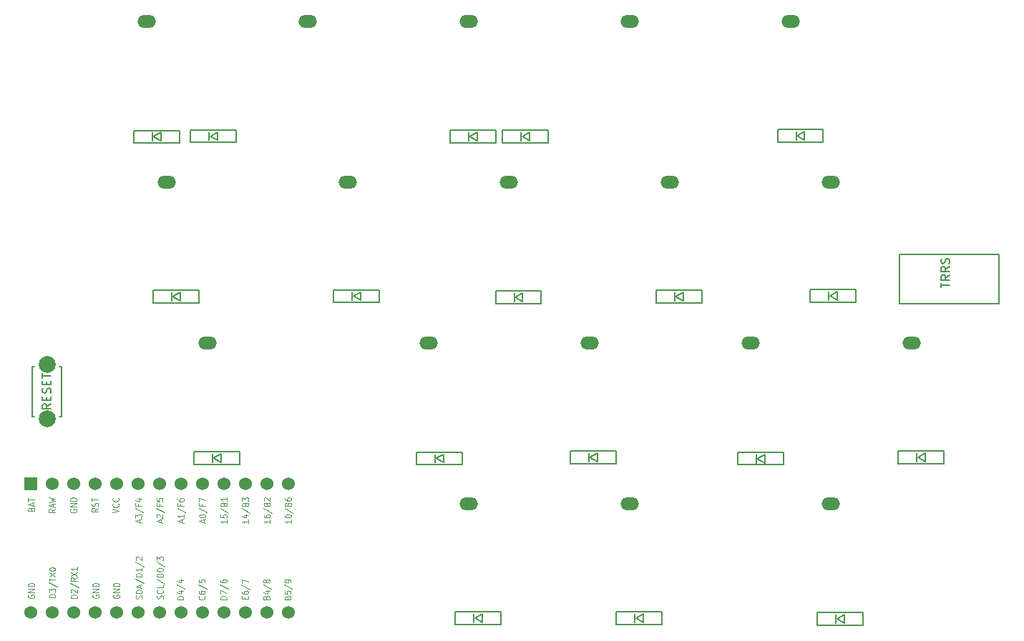
<source format=gbr>
%TF.GenerationSoftware,KiCad,Pcbnew,7.0.8*%
%TF.CreationDate,2024-11-10T08:48:31+09:00*%
%TF.ProjectId,cool937,636f6f6c-3933-4372-9e6b-696361645f70,rev?*%
%TF.SameCoordinates,Original*%
%TF.FileFunction,Legend,Top*%
%TF.FilePolarity,Positive*%
%FSLAX46Y46*%
G04 Gerber Fmt 4.6, Leading zero omitted, Abs format (unit mm)*
G04 Created by KiCad (PCBNEW 7.0.8) date 2024-11-10 08:48:31*
%MOMM*%
%LPD*%
G01*
G04 APERTURE LIST*
%ADD10C,0.150000*%
%ADD11C,0.125000*%
%ADD12O,2.200000X1.500000*%
%ADD13C,2.000000*%
%ADD14C,1.524000*%
%ADD15R,1.524000X1.524000*%
G04 APERTURE END LIST*
D10*
X50374819Y-137682381D02*
X49898628Y-138015714D01*
X50374819Y-138253809D02*
X49374819Y-138253809D01*
X49374819Y-138253809D02*
X49374819Y-137872857D01*
X49374819Y-137872857D02*
X49422438Y-137777619D01*
X49422438Y-137777619D02*
X49470057Y-137730000D01*
X49470057Y-137730000D02*
X49565295Y-137682381D01*
X49565295Y-137682381D02*
X49708152Y-137682381D01*
X49708152Y-137682381D02*
X49803390Y-137730000D01*
X49803390Y-137730000D02*
X49851009Y-137777619D01*
X49851009Y-137777619D02*
X49898628Y-137872857D01*
X49898628Y-137872857D02*
X49898628Y-138253809D01*
X49851009Y-137253809D02*
X49851009Y-136920476D01*
X50374819Y-136777619D02*
X50374819Y-137253809D01*
X50374819Y-137253809D02*
X49374819Y-137253809D01*
X49374819Y-137253809D02*
X49374819Y-136777619D01*
X50327200Y-136396666D02*
X50374819Y-136253809D01*
X50374819Y-136253809D02*
X50374819Y-136015714D01*
X50374819Y-136015714D02*
X50327200Y-135920476D01*
X50327200Y-135920476D02*
X50279580Y-135872857D01*
X50279580Y-135872857D02*
X50184342Y-135825238D01*
X50184342Y-135825238D02*
X50089104Y-135825238D01*
X50089104Y-135825238D02*
X49993866Y-135872857D01*
X49993866Y-135872857D02*
X49946247Y-135920476D01*
X49946247Y-135920476D02*
X49898628Y-136015714D01*
X49898628Y-136015714D02*
X49851009Y-136206190D01*
X49851009Y-136206190D02*
X49803390Y-136301428D01*
X49803390Y-136301428D02*
X49755771Y-136349047D01*
X49755771Y-136349047D02*
X49660533Y-136396666D01*
X49660533Y-136396666D02*
X49565295Y-136396666D01*
X49565295Y-136396666D02*
X49470057Y-136349047D01*
X49470057Y-136349047D02*
X49422438Y-136301428D01*
X49422438Y-136301428D02*
X49374819Y-136206190D01*
X49374819Y-136206190D02*
X49374819Y-135968095D01*
X49374819Y-135968095D02*
X49422438Y-135825238D01*
X49851009Y-135396666D02*
X49851009Y-135063333D01*
X50374819Y-134920476D02*
X50374819Y-135396666D01*
X50374819Y-135396666D02*
X49374819Y-135396666D01*
X49374819Y-135396666D02*
X49374819Y-134920476D01*
X49374819Y-134634761D02*
X49374819Y-134063333D01*
X50374819Y-134349047D02*
X49374819Y-134349047D01*
X155684819Y-123891904D02*
X155684819Y-123320476D01*
X156684819Y-123606190D02*
X155684819Y-123606190D01*
X156684819Y-122415714D02*
X156208628Y-122749047D01*
X156684819Y-122987142D02*
X155684819Y-122987142D01*
X155684819Y-122987142D02*
X155684819Y-122606190D01*
X155684819Y-122606190D02*
X155732438Y-122510952D01*
X155732438Y-122510952D02*
X155780057Y-122463333D01*
X155780057Y-122463333D02*
X155875295Y-122415714D01*
X155875295Y-122415714D02*
X156018152Y-122415714D01*
X156018152Y-122415714D02*
X156113390Y-122463333D01*
X156113390Y-122463333D02*
X156161009Y-122510952D01*
X156161009Y-122510952D02*
X156208628Y-122606190D01*
X156208628Y-122606190D02*
X156208628Y-122987142D01*
X156684819Y-121415714D02*
X156208628Y-121749047D01*
X156684819Y-121987142D02*
X155684819Y-121987142D01*
X155684819Y-121987142D02*
X155684819Y-121606190D01*
X155684819Y-121606190D02*
X155732438Y-121510952D01*
X155732438Y-121510952D02*
X155780057Y-121463333D01*
X155780057Y-121463333D02*
X155875295Y-121415714D01*
X155875295Y-121415714D02*
X156018152Y-121415714D01*
X156018152Y-121415714D02*
X156113390Y-121463333D01*
X156113390Y-121463333D02*
X156161009Y-121510952D01*
X156161009Y-121510952D02*
X156208628Y-121606190D01*
X156208628Y-121606190D02*
X156208628Y-121987142D01*
X156637200Y-121034761D02*
X156684819Y-120891904D01*
X156684819Y-120891904D02*
X156684819Y-120653809D01*
X156684819Y-120653809D02*
X156637200Y-120558571D01*
X156637200Y-120558571D02*
X156589580Y-120510952D01*
X156589580Y-120510952D02*
X156494342Y-120463333D01*
X156494342Y-120463333D02*
X156399104Y-120463333D01*
X156399104Y-120463333D02*
X156303866Y-120510952D01*
X156303866Y-120510952D02*
X156256247Y-120558571D01*
X156256247Y-120558571D02*
X156208628Y-120653809D01*
X156208628Y-120653809D02*
X156161009Y-120844285D01*
X156161009Y-120844285D02*
X156113390Y-120939523D01*
X156113390Y-120939523D02*
X156065771Y-120987142D01*
X156065771Y-120987142D02*
X155970533Y-121034761D01*
X155970533Y-121034761D02*
X155875295Y-121034761D01*
X155875295Y-121034761D02*
X155780057Y-120987142D01*
X155780057Y-120987142D02*
X155732438Y-120939523D01*
X155732438Y-120939523D02*
X155684819Y-120844285D01*
X155684819Y-120844285D02*
X155684819Y-120606190D01*
X155684819Y-120606190D02*
X155732438Y-120463333D01*
D11*
X60894178Y-151719313D02*
X60894178Y-151400266D01*
X61108464Y-151783123D02*
X60358464Y-151559790D01*
X60358464Y-151559790D02*
X61108464Y-151336456D01*
X60358464Y-151176932D02*
X60358464Y-150762170D01*
X60358464Y-150762170D02*
X60644178Y-150985504D01*
X60644178Y-150985504D02*
X60644178Y-150889789D01*
X60644178Y-150889789D02*
X60679892Y-150825980D01*
X60679892Y-150825980D02*
X60715607Y-150794075D01*
X60715607Y-150794075D02*
X60787035Y-150762170D01*
X60787035Y-150762170D02*
X60965607Y-150762170D01*
X60965607Y-150762170D02*
X61037035Y-150794075D01*
X61037035Y-150794075D02*
X61072750Y-150825980D01*
X61072750Y-150825980D02*
X61108464Y-150889789D01*
X61108464Y-150889789D02*
X61108464Y-151081218D01*
X61108464Y-151081218D02*
X61072750Y-151145027D01*
X61072750Y-151145027D02*
X61037035Y-151176932D01*
X60322750Y-149996456D02*
X61287035Y-150570742D01*
X60715607Y-149549789D02*
X60715607Y-149773123D01*
X61108464Y-149773123D02*
X60358464Y-149773123D01*
X60358464Y-149773123D02*
X60358464Y-149454075D01*
X60608464Y-148911694D02*
X61108464Y-148911694D01*
X60322750Y-149071218D02*
X60858464Y-149230741D01*
X60858464Y-149230741D02*
X60858464Y-148815980D01*
X66058464Y-160833123D02*
X65308464Y-160833123D01*
X65308464Y-160833123D02*
X65308464Y-160673599D01*
X65308464Y-160673599D02*
X65344178Y-160577885D01*
X65344178Y-160577885D02*
X65415607Y-160514075D01*
X65415607Y-160514075D02*
X65487035Y-160482170D01*
X65487035Y-160482170D02*
X65629892Y-160450266D01*
X65629892Y-160450266D02*
X65737035Y-160450266D01*
X65737035Y-160450266D02*
X65879892Y-160482170D01*
X65879892Y-160482170D02*
X65951321Y-160514075D01*
X65951321Y-160514075D02*
X66022750Y-160577885D01*
X66022750Y-160577885D02*
X66058464Y-160673599D01*
X66058464Y-160673599D02*
X66058464Y-160833123D01*
X65558464Y-159875980D02*
X66058464Y-159875980D01*
X65272750Y-160035504D02*
X65808464Y-160195027D01*
X65808464Y-160195027D02*
X65808464Y-159780266D01*
X65272750Y-159046456D02*
X66237035Y-159620742D01*
X65558464Y-158535980D02*
X66058464Y-158535980D01*
X65272750Y-158695504D02*
X65808464Y-158855027D01*
X65808464Y-158855027D02*
X65808464Y-158440266D01*
X53458464Y-160667171D02*
X52708464Y-160667171D01*
X52708464Y-160667171D02*
X52708464Y-160507647D01*
X52708464Y-160507647D02*
X52744178Y-160411933D01*
X52744178Y-160411933D02*
X52815607Y-160348123D01*
X52815607Y-160348123D02*
X52887035Y-160316218D01*
X52887035Y-160316218D02*
X53029892Y-160284314D01*
X53029892Y-160284314D02*
X53137035Y-160284314D01*
X53137035Y-160284314D02*
X53279892Y-160316218D01*
X53279892Y-160316218D02*
X53351321Y-160348123D01*
X53351321Y-160348123D02*
X53422750Y-160411933D01*
X53422750Y-160411933D02*
X53458464Y-160507647D01*
X53458464Y-160507647D02*
X53458464Y-160667171D01*
X52779892Y-160029075D02*
X52744178Y-159997171D01*
X52744178Y-159997171D02*
X52708464Y-159933361D01*
X52708464Y-159933361D02*
X52708464Y-159773837D01*
X52708464Y-159773837D02*
X52744178Y-159710028D01*
X52744178Y-159710028D02*
X52779892Y-159678123D01*
X52779892Y-159678123D02*
X52851321Y-159646218D01*
X52851321Y-159646218D02*
X52922750Y-159646218D01*
X52922750Y-159646218D02*
X53029892Y-159678123D01*
X53029892Y-159678123D02*
X53458464Y-160060980D01*
X53458464Y-160060980D02*
X53458464Y-159646218D01*
X52672750Y-158880504D02*
X53637035Y-159454790D01*
X53458464Y-158274314D02*
X53101321Y-158497647D01*
X53458464Y-158657171D02*
X52708464Y-158657171D01*
X52708464Y-158657171D02*
X52708464Y-158401933D01*
X52708464Y-158401933D02*
X52744178Y-158338123D01*
X52744178Y-158338123D02*
X52779892Y-158306218D01*
X52779892Y-158306218D02*
X52851321Y-158274314D01*
X52851321Y-158274314D02*
X52958464Y-158274314D01*
X52958464Y-158274314D02*
X53029892Y-158306218D01*
X53029892Y-158306218D02*
X53065607Y-158338123D01*
X53065607Y-158338123D02*
X53101321Y-158401933D01*
X53101321Y-158401933D02*
X53101321Y-158657171D01*
X52708464Y-158050980D02*
X53458464Y-157604314D01*
X52708464Y-157604314D02*
X53458464Y-158050980D01*
X53458464Y-156998123D02*
X53458464Y-157380980D01*
X53458464Y-157189552D02*
X52708464Y-157189552D01*
X52708464Y-157189552D02*
X52815607Y-157253361D01*
X52815607Y-157253361D02*
X52887035Y-157317171D01*
X52887035Y-157317171D02*
X52922750Y-157380980D01*
X52694178Y-150174075D02*
X52658464Y-150237885D01*
X52658464Y-150237885D02*
X52658464Y-150333599D01*
X52658464Y-150333599D02*
X52694178Y-150429313D01*
X52694178Y-150429313D02*
X52765607Y-150493123D01*
X52765607Y-150493123D02*
X52837035Y-150525028D01*
X52837035Y-150525028D02*
X52979892Y-150556932D01*
X52979892Y-150556932D02*
X53087035Y-150556932D01*
X53087035Y-150556932D02*
X53229892Y-150525028D01*
X53229892Y-150525028D02*
X53301321Y-150493123D01*
X53301321Y-150493123D02*
X53372750Y-150429313D01*
X53372750Y-150429313D02*
X53408464Y-150333599D01*
X53408464Y-150333599D02*
X53408464Y-150269790D01*
X53408464Y-150269790D02*
X53372750Y-150174075D01*
X53372750Y-150174075D02*
X53337035Y-150142171D01*
X53337035Y-150142171D02*
X53087035Y-150142171D01*
X53087035Y-150142171D02*
X53087035Y-150269790D01*
X53408464Y-149855028D02*
X52658464Y-149855028D01*
X52658464Y-149855028D02*
X53408464Y-149472171D01*
X53408464Y-149472171D02*
X52658464Y-149472171D01*
X53408464Y-149153123D02*
X52658464Y-149153123D01*
X52658464Y-149153123D02*
X52658464Y-148993599D01*
X52658464Y-148993599D02*
X52694178Y-148897885D01*
X52694178Y-148897885D02*
X52765607Y-148834075D01*
X52765607Y-148834075D02*
X52837035Y-148802170D01*
X52837035Y-148802170D02*
X52979892Y-148770266D01*
X52979892Y-148770266D02*
X53087035Y-148770266D01*
X53087035Y-148770266D02*
X53229892Y-148802170D01*
X53229892Y-148802170D02*
X53301321Y-148834075D01*
X53301321Y-148834075D02*
X53372750Y-148897885D01*
X53372750Y-148897885D02*
X53408464Y-148993599D01*
X53408464Y-148993599D02*
X53408464Y-149153123D01*
X73315607Y-160801218D02*
X73315607Y-160577884D01*
X73708464Y-160482170D02*
X73708464Y-160801218D01*
X73708464Y-160801218D02*
X72958464Y-160801218D01*
X72958464Y-160801218D02*
X72958464Y-160482170D01*
X72958464Y-159907885D02*
X72958464Y-160035504D01*
X72958464Y-160035504D02*
X72994178Y-160099313D01*
X72994178Y-160099313D02*
X73029892Y-160131218D01*
X73029892Y-160131218D02*
X73137035Y-160195028D01*
X73137035Y-160195028D02*
X73279892Y-160226932D01*
X73279892Y-160226932D02*
X73565607Y-160226932D01*
X73565607Y-160226932D02*
X73637035Y-160195028D01*
X73637035Y-160195028D02*
X73672750Y-160163123D01*
X73672750Y-160163123D02*
X73708464Y-160099313D01*
X73708464Y-160099313D02*
X73708464Y-159971694D01*
X73708464Y-159971694D02*
X73672750Y-159907885D01*
X73672750Y-159907885D02*
X73637035Y-159875980D01*
X73637035Y-159875980D02*
X73565607Y-159844075D01*
X73565607Y-159844075D02*
X73387035Y-159844075D01*
X73387035Y-159844075D02*
X73315607Y-159875980D01*
X73315607Y-159875980D02*
X73279892Y-159907885D01*
X73279892Y-159907885D02*
X73244178Y-159971694D01*
X73244178Y-159971694D02*
X73244178Y-160099313D01*
X73244178Y-160099313D02*
X73279892Y-160163123D01*
X73279892Y-160163123D02*
X73315607Y-160195028D01*
X73315607Y-160195028D02*
X73387035Y-160226932D01*
X72922750Y-159078361D02*
X73887035Y-159652647D01*
X72958464Y-158918837D02*
X72958464Y-158472171D01*
X72958464Y-158472171D02*
X73708464Y-158759313D01*
X68537035Y-160450266D02*
X68572750Y-160482170D01*
X68572750Y-160482170D02*
X68608464Y-160577885D01*
X68608464Y-160577885D02*
X68608464Y-160641694D01*
X68608464Y-160641694D02*
X68572750Y-160737408D01*
X68572750Y-160737408D02*
X68501321Y-160801218D01*
X68501321Y-160801218D02*
X68429892Y-160833123D01*
X68429892Y-160833123D02*
X68287035Y-160865027D01*
X68287035Y-160865027D02*
X68179892Y-160865027D01*
X68179892Y-160865027D02*
X68037035Y-160833123D01*
X68037035Y-160833123D02*
X67965607Y-160801218D01*
X67965607Y-160801218D02*
X67894178Y-160737408D01*
X67894178Y-160737408D02*
X67858464Y-160641694D01*
X67858464Y-160641694D02*
X67858464Y-160577885D01*
X67858464Y-160577885D02*
X67894178Y-160482170D01*
X67894178Y-160482170D02*
X67929892Y-160450266D01*
X67858464Y-159875980D02*
X67858464Y-160003599D01*
X67858464Y-160003599D02*
X67894178Y-160067408D01*
X67894178Y-160067408D02*
X67929892Y-160099313D01*
X67929892Y-160099313D02*
X68037035Y-160163123D01*
X68037035Y-160163123D02*
X68179892Y-160195027D01*
X68179892Y-160195027D02*
X68465607Y-160195027D01*
X68465607Y-160195027D02*
X68537035Y-160163123D01*
X68537035Y-160163123D02*
X68572750Y-160131218D01*
X68572750Y-160131218D02*
X68608464Y-160067408D01*
X68608464Y-160067408D02*
X68608464Y-159939789D01*
X68608464Y-159939789D02*
X68572750Y-159875980D01*
X68572750Y-159875980D02*
X68537035Y-159844075D01*
X68537035Y-159844075D02*
X68465607Y-159812170D01*
X68465607Y-159812170D02*
X68287035Y-159812170D01*
X68287035Y-159812170D02*
X68215607Y-159844075D01*
X68215607Y-159844075D02*
X68179892Y-159875980D01*
X68179892Y-159875980D02*
X68144178Y-159939789D01*
X68144178Y-159939789D02*
X68144178Y-160067408D01*
X68144178Y-160067408D02*
X68179892Y-160131218D01*
X68179892Y-160131218D02*
X68215607Y-160163123D01*
X68215607Y-160163123D02*
X68287035Y-160195027D01*
X67822750Y-159046456D02*
X68787035Y-159620742D01*
X67858464Y-158504075D02*
X67858464Y-158823123D01*
X67858464Y-158823123D02*
X68215607Y-158855027D01*
X68215607Y-158855027D02*
X68179892Y-158823123D01*
X68179892Y-158823123D02*
X68144178Y-158759313D01*
X68144178Y-158759313D02*
X68144178Y-158599789D01*
X68144178Y-158599789D02*
X68179892Y-158535980D01*
X68179892Y-158535980D02*
X68215607Y-158504075D01*
X68215607Y-158504075D02*
X68287035Y-158472170D01*
X68287035Y-158472170D02*
X68465607Y-158472170D01*
X68465607Y-158472170D02*
X68537035Y-158504075D01*
X68537035Y-158504075D02*
X68572750Y-158535980D01*
X68572750Y-158535980D02*
X68608464Y-158599789D01*
X68608464Y-158599789D02*
X68608464Y-158759313D01*
X68608464Y-158759313D02*
X68572750Y-158823123D01*
X68572750Y-158823123D02*
X68537035Y-158855027D01*
X47724178Y-160314075D02*
X47688464Y-160377885D01*
X47688464Y-160377885D02*
X47688464Y-160473599D01*
X47688464Y-160473599D02*
X47724178Y-160569313D01*
X47724178Y-160569313D02*
X47795607Y-160633123D01*
X47795607Y-160633123D02*
X47867035Y-160665028D01*
X47867035Y-160665028D02*
X48009892Y-160696932D01*
X48009892Y-160696932D02*
X48117035Y-160696932D01*
X48117035Y-160696932D02*
X48259892Y-160665028D01*
X48259892Y-160665028D02*
X48331321Y-160633123D01*
X48331321Y-160633123D02*
X48402750Y-160569313D01*
X48402750Y-160569313D02*
X48438464Y-160473599D01*
X48438464Y-160473599D02*
X48438464Y-160409790D01*
X48438464Y-160409790D02*
X48402750Y-160314075D01*
X48402750Y-160314075D02*
X48367035Y-160282171D01*
X48367035Y-160282171D02*
X48117035Y-160282171D01*
X48117035Y-160282171D02*
X48117035Y-160409790D01*
X48438464Y-159995028D02*
X47688464Y-159995028D01*
X47688464Y-159995028D02*
X48438464Y-159612171D01*
X48438464Y-159612171D02*
X47688464Y-159612171D01*
X48438464Y-159293123D02*
X47688464Y-159293123D01*
X47688464Y-159293123D02*
X47688464Y-159133599D01*
X47688464Y-159133599D02*
X47724178Y-159037885D01*
X47724178Y-159037885D02*
X47795607Y-158974075D01*
X47795607Y-158974075D02*
X47867035Y-158942170D01*
X47867035Y-158942170D02*
X48009892Y-158910266D01*
X48009892Y-158910266D02*
X48117035Y-158910266D01*
X48117035Y-158910266D02*
X48259892Y-158942170D01*
X48259892Y-158942170D02*
X48331321Y-158974075D01*
X48331321Y-158974075D02*
X48402750Y-159037885D01*
X48402750Y-159037885D02*
X48438464Y-159133599D01*
X48438464Y-159133599D02*
X48438464Y-159293123D01*
X63622750Y-160751218D02*
X63658464Y-160655504D01*
X63658464Y-160655504D02*
X63658464Y-160495980D01*
X63658464Y-160495980D02*
X63622750Y-160432171D01*
X63622750Y-160432171D02*
X63587035Y-160400266D01*
X63587035Y-160400266D02*
X63515607Y-160368361D01*
X63515607Y-160368361D02*
X63444178Y-160368361D01*
X63444178Y-160368361D02*
X63372750Y-160400266D01*
X63372750Y-160400266D02*
X63337035Y-160432171D01*
X63337035Y-160432171D02*
X63301321Y-160495980D01*
X63301321Y-160495980D02*
X63265607Y-160623599D01*
X63265607Y-160623599D02*
X63229892Y-160687409D01*
X63229892Y-160687409D02*
X63194178Y-160719314D01*
X63194178Y-160719314D02*
X63122750Y-160751218D01*
X63122750Y-160751218D02*
X63051321Y-160751218D01*
X63051321Y-160751218D02*
X62979892Y-160719314D01*
X62979892Y-160719314D02*
X62944178Y-160687409D01*
X62944178Y-160687409D02*
X62908464Y-160623599D01*
X62908464Y-160623599D02*
X62908464Y-160464076D01*
X62908464Y-160464076D02*
X62944178Y-160368361D01*
X63587035Y-159698362D02*
X63622750Y-159730266D01*
X63622750Y-159730266D02*
X63658464Y-159825981D01*
X63658464Y-159825981D02*
X63658464Y-159889790D01*
X63658464Y-159889790D02*
X63622750Y-159985504D01*
X63622750Y-159985504D02*
X63551321Y-160049314D01*
X63551321Y-160049314D02*
X63479892Y-160081219D01*
X63479892Y-160081219D02*
X63337035Y-160113123D01*
X63337035Y-160113123D02*
X63229892Y-160113123D01*
X63229892Y-160113123D02*
X63087035Y-160081219D01*
X63087035Y-160081219D02*
X63015607Y-160049314D01*
X63015607Y-160049314D02*
X62944178Y-159985504D01*
X62944178Y-159985504D02*
X62908464Y-159889790D01*
X62908464Y-159889790D02*
X62908464Y-159825981D01*
X62908464Y-159825981D02*
X62944178Y-159730266D01*
X62944178Y-159730266D02*
X62979892Y-159698362D01*
X63658464Y-159092171D02*
X63658464Y-159411219D01*
X63658464Y-159411219D02*
X62908464Y-159411219D01*
X62872750Y-158390266D02*
X63837035Y-158964552D01*
X63658464Y-158166933D02*
X62908464Y-158166933D01*
X62908464Y-158166933D02*
X62908464Y-158007409D01*
X62908464Y-158007409D02*
X62944178Y-157911695D01*
X62944178Y-157911695D02*
X63015607Y-157847885D01*
X63015607Y-157847885D02*
X63087035Y-157815980D01*
X63087035Y-157815980D02*
X63229892Y-157784076D01*
X63229892Y-157784076D02*
X63337035Y-157784076D01*
X63337035Y-157784076D02*
X63479892Y-157815980D01*
X63479892Y-157815980D02*
X63551321Y-157847885D01*
X63551321Y-157847885D02*
X63622750Y-157911695D01*
X63622750Y-157911695D02*
X63658464Y-158007409D01*
X63658464Y-158007409D02*
X63658464Y-158166933D01*
X62908464Y-157369314D02*
X62908464Y-157305504D01*
X62908464Y-157305504D02*
X62944178Y-157241695D01*
X62944178Y-157241695D02*
X62979892Y-157209790D01*
X62979892Y-157209790D02*
X63051321Y-157177885D01*
X63051321Y-157177885D02*
X63194178Y-157145980D01*
X63194178Y-157145980D02*
X63372750Y-157145980D01*
X63372750Y-157145980D02*
X63515607Y-157177885D01*
X63515607Y-157177885D02*
X63587035Y-157209790D01*
X63587035Y-157209790D02*
X63622750Y-157241695D01*
X63622750Y-157241695D02*
X63658464Y-157305504D01*
X63658464Y-157305504D02*
X63658464Y-157369314D01*
X63658464Y-157369314D02*
X63622750Y-157433123D01*
X63622750Y-157433123D02*
X63587035Y-157465028D01*
X63587035Y-157465028D02*
X63515607Y-157496933D01*
X63515607Y-157496933D02*
X63372750Y-157528837D01*
X63372750Y-157528837D02*
X63194178Y-157528837D01*
X63194178Y-157528837D02*
X63051321Y-157496933D01*
X63051321Y-157496933D02*
X62979892Y-157465028D01*
X62979892Y-157465028D02*
X62944178Y-157433123D01*
X62944178Y-157433123D02*
X62908464Y-157369314D01*
X62872750Y-156380266D02*
X63837035Y-156954552D01*
X62908464Y-156220742D02*
X62908464Y-155805980D01*
X62908464Y-155805980D02*
X63194178Y-156029314D01*
X63194178Y-156029314D02*
X63194178Y-155933599D01*
X63194178Y-155933599D02*
X63229892Y-155869790D01*
X63229892Y-155869790D02*
X63265607Y-155837885D01*
X63265607Y-155837885D02*
X63337035Y-155805980D01*
X63337035Y-155805980D02*
X63515607Y-155805980D01*
X63515607Y-155805980D02*
X63587035Y-155837885D01*
X63587035Y-155837885D02*
X63622750Y-155869790D01*
X63622750Y-155869790D02*
X63658464Y-155933599D01*
X63658464Y-155933599D02*
X63658464Y-156125028D01*
X63658464Y-156125028D02*
X63622750Y-156188837D01*
X63622750Y-156188837D02*
X63587035Y-156220742D01*
X57794178Y-160314075D02*
X57758464Y-160377885D01*
X57758464Y-160377885D02*
X57758464Y-160473599D01*
X57758464Y-160473599D02*
X57794178Y-160569313D01*
X57794178Y-160569313D02*
X57865607Y-160633123D01*
X57865607Y-160633123D02*
X57937035Y-160665028D01*
X57937035Y-160665028D02*
X58079892Y-160696932D01*
X58079892Y-160696932D02*
X58187035Y-160696932D01*
X58187035Y-160696932D02*
X58329892Y-160665028D01*
X58329892Y-160665028D02*
X58401321Y-160633123D01*
X58401321Y-160633123D02*
X58472750Y-160569313D01*
X58472750Y-160569313D02*
X58508464Y-160473599D01*
X58508464Y-160473599D02*
X58508464Y-160409790D01*
X58508464Y-160409790D02*
X58472750Y-160314075D01*
X58472750Y-160314075D02*
X58437035Y-160282171D01*
X58437035Y-160282171D02*
X58187035Y-160282171D01*
X58187035Y-160282171D02*
X58187035Y-160409790D01*
X58508464Y-159995028D02*
X57758464Y-159995028D01*
X57758464Y-159995028D02*
X58508464Y-159612171D01*
X58508464Y-159612171D02*
X57758464Y-159612171D01*
X58508464Y-159293123D02*
X57758464Y-159293123D01*
X57758464Y-159293123D02*
X57758464Y-159133599D01*
X57758464Y-159133599D02*
X57794178Y-159037885D01*
X57794178Y-159037885D02*
X57865607Y-158974075D01*
X57865607Y-158974075D02*
X57937035Y-158942170D01*
X57937035Y-158942170D02*
X58079892Y-158910266D01*
X58079892Y-158910266D02*
X58187035Y-158910266D01*
X58187035Y-158910266D02*
X58329892Y-158942170D01*
X58329892Y-158942170D02*
X58401321Y-158974075D01*
X58401321Y-158974075D02*
X58472750Y-159037885D01*
X58472750Y-159037885D02*
X58508464Y-159133599D01*
X58508464Y-159133599D02*
X58508464Y-159293123D01*
X71208464Y-151416218D02*
X71208464Y-151799075D01*
X71208464Y-151607647D02*
X70458464Y-151607647D01*
X70458464Y-151607647D02*
X70565607Y-151671456D01*
X70565607Y-151671456D02*
X70637035Y-151735266D01*
X70637035Y-151735266D02*
X70672750Y-151799075D01*
X70458464Y-150810028D02*
X70458464Y-151129076D01*
X70458464Y-151129076D02*
X70815607Y-151160980D01*
X70815607Y-151160980D02*
X70779892Y-151129076D01*
X70779892Y-151129076D02*
X70744178Y-151065266D01*
X70744178Y-151065266D02*
X70744178Y-150905742D01*
X70744178Y-150905742D02*
X70779892Y-150841933D01*
X70779892Y-150841933D02*
X70815607Y-150810028D01*
X70815607Y-150810028D02*
X70887035Y-150778123D01*
X70887035Y-150778123D02*
X71065607Y-150778123D01*
X71065607Y-150778123D02*
X71137035Y-150810028D01*
X71137035Y-150810028D02*
X71172750Y-150841933D01*
X71172750Y-150841933D02*
X71208464Y-150905742D01*
X71208464Y-150905742D02*
X71208464Y-151065266D01*
X71208464Y-151065266D02*
X71172750Y-151129076D01*
X71172750Y-151129076D02*
X71137035Y-151160980D01*
X70422750Y-150012409D02*
X71387035Y-150586695D01*
X70815607Y-149565742D02*
X70851321Y-149470028D01*
X70851321Y-149470028D02*
X70887035Y-149438123D01*
X70887035Y-149438123D02*
X70958464Y-149406219D01*
X70958464Y-149406219D02*
X71065607Y-149406219D01*
X71065607Y-149406219D02*
X71137035Y-149438123D01*
X71137035Y-149438123D02*
X71172750Y-149470028D01*
X71172750Y-149470028D02*
X71208464Y-149533838D01*
X71208464Y-149533838D02*
X71208464Y-149789076D01*
X71208464Y-149789076D02*
X70458464Y-149789076D01*
X70458464Y-149789076D02*
X70458464Y-149565742D01*
X70458464Y-149565742D02*
X70494178Y-149501933D01*
X70494178Y-149501933D02*
X70529892Y-149470028D01*
X70529892Y-149470028D02*
X70601321Y-149438123D01*
X70601321Y-149438123D02*
X70672750Y-149438123D01*
X70672750Y-149438123D02*
X70744178Y-149470028D01*
X70744178Y-149470028D02*
X70779892Y-149501933D01*
X70779892Y-149501933D02*
X70815607Y-149565742D01*
X70815607Y-149565742D02*
X70815607Y-149789076D01*
X71208464Y-148768123D02*
X71208464Y-149150980D01*
X71208464Y-148959552D02*
X70458464Y-148959552D01*
X70458464Y-148959552D02*
X70565607Y-149023361D01*
X70565607Y-149023361D02*
X70637035Y-149087171D01*
X70637035Y-149087171D02*
X70672750Y-149150980D01*
X55344178Y-160314075D02*
X55308464Y-160377885D01*
X55308464Y-160377885D02*
X55308464Y-160473599D01*
X55308464Y-160473599D02*
X55344178Y-160569313D01*
X55344178Y-160569313D02*
X55415607Y-160633123D01*
X55415607Y-160633123D02*
X55487035Y-160665028D01*
X55487035Y-160665028D02*
X55629892Y-160696932D01*
X55629892Y-160696932D02*
X55737035Y-160696932D01*
X55737035Y-160696932D02*
X55879892Y-160665028D01*
X55879892Y-160665028D02*
X55951321Y-160633123D01*
X55951321Y-160633123D02*
X56022750Y-160569313D01*
X56022750Y-160569313D02*
X56058464Y-160473599D01*
X56058464Y-160473599D02*
X56058464Y-160409790D01*
X56058464Y-160409790D02*
X56022750Y-160314075D01*
X56022750Y-160314075D02*
X55987035Y-160282171D01*
X55987035Y-160282171D02*
X55737035Y-160282171D01*
X55737035Y-160282171D02*
X55737035Y-160409790D01*
X56058464Y-159995028D02*
X55308464Y-159995028D01*
X55308464Y-159995028D02*
X56058464Y-159612171D01*
X56058464Y-159612171D02*
X55308464Y-159612171D01*
X56058464Y-159293123D02*
X55308464Y-159293123D01*
X55308464Y-159293123D02*
X55308464Y-159133599D01*
X55308464Y-159133599D02*
X55344178Y-159037885D01*
X55344178Y-159037885D02*
X55415607Y-158974075D01*
X55415607Y-158974075D02*
X55487035Y-158942170D01*
X55487035Y-158942170D02*
X55629892Y-158910266D01*
X55629892Y-158910266D02*
X55737035Y-158910266D01*
X55737035Y-158910266D02*
X55879892Y-158942170D01*
X55879892Y-158942170D02*
X55951321Y-158974075D01*
X55951321Y-158974075D02*
X56022750Y-159037885D01*
X56022750Y-159037885D02*
X56058464Y-159133599D01*
X56058464Y-159133599D02*
X56058464Y-159293123D01*
X76308464Y-151416218D02*
X76308464Y-151799075D01*
X76308464Y-151607647D02*
X75558464Y-151607647D01*
X75558464Y-151607647D02*
X75665607Y-151671456D01*
X75665607Y-151671456D02*
X75737035Y-151735266D01*
X75737035Y-151735266D02*
X75772750Y-151799075D01*
X75558464Y-150841933D02*
X75558464Y-150969552D01*
X75558464Y-150969552D02*
X75594178Y-151033361D01*
X75594178Y-151033361D02*
X75629892Y-151065266D01*
X75629892Y-151065266D02*
X75737035Y-151129076D01*
X75737035Y-151129076D02*
X75879892Y-151160980D01*
X75879892Y-151160980D02*
X76165607Y-151160980D01*
X76165607Y-151160980D02*
X76237035Y-151129076D01*
X76237035Y-151129076D02*
X76272750Y-151097171D01*
X76272750Y-151097171D02*
X76308464Y-151033361D01*
X76308464Y-151033361D02*
X76308464Y-150905742D01*
X76308464Y-150905742D02*
X76272750Y-150841933D01*
X76272750Y-150841933D02*
X76237035Y-150810028D01*
X76237035Y-150810028D02*
X76165607Y-150778123D01*
X76165607Y-150778123D02*
X75987035Y-150778123D01*
X75987035Y-150778123D02*
X75915607Y-150810028D01*
X75915607Y-150810028D02*
X75879892Y-150841933D01*
X75879892Y-150841933D02*
X75844178Y-150905742D01*
X75844178Y-150905742D02*
X75844178Y-151033361D01*
X75844178Y-151033361D02*
X75879892Y-151097171D01*
X75879892Y-151097171D02*
X75915607Y-151129076D01*
X75915607Y-151129076D02*
X75987035Y-151160980D01*
X75522750Y-150012409D02*
X76487035Y-150586695D01*
X75915607Y-149565742D02*
X75951321Y-149470028D01*
X75951321Y-149470028D02*
X75987035Y-149438123D01*
X75987035Y-149438123D02*
X76058464Y-149406219D01*
X76058464Y-149406219D02*
X76165607Y-149406219D01*
X76165607Y-149406219D02*
X76237035Y-149438123D01*
X76237035Y-149438123D02*
X76272750Y-149470028D01*
X76272750Y-149470028D02*
X76308464Y-149533838D01*
X76308464Y-149533838D02*
X76308464Y-149789076D01*
X76308464Y-149789076D02*
X75558464Y-149789076D01*
X75558464Y-149789076D02*
X75558464Y-149565742D01*
X75558464Y-149565742D02*
X75594178Y-149501933D01*
X75594178Y-149501933D02*
X75629892Y-149470028D01*
X75629892Y-149470028D02*
X75701321Y-149438123D01*
X75701321Y-149438123D02*
X75772750Y-149438123D01*
X75772750Y-149438123D02*
X75844178Y-149470028D01*
X75844178Y-149470028D02*
X75879892Y-149501933D01*
X75879892Y-149501933D02*
X75915607Y-149565742D01*
X75915607Y-149565742D02*
X75915607Y-149789076D01*
X75629892Y-149150980D02*
X75594178Y-149119076D01*
X75594178Y-149119076D02*
X75558464Y-149055266D01*
X75558464Y-149055266D02*
X75558464Y-148895742D01*
X75558464Y-148895742D02*
X75594178Y-148831933D01*
X75594178Y-148831933D02*
X75629892Y-148800028D01*
X75629892Y-148800028D02*
X75701321Y-148768123D01*
X75701321Y-148768123D02*
X75772750Y-148768123D01*
X75772750Y-148768123D02*
X75879892Y-148800028D01*
X75879892Y-148800028D02*
X76308464Y-149182885D01*
X76308464Y-149182885D02*
X76308464Y-148768123D01*
X73758464Y-151416218D02*
X73758464Y-151799075D01*
X73758464Y-151607647D02*
X73008464Y-151607647D01*
X73008464Y-151607647D02*
X73115607Y-151671456D01*
X73115607Y-151671456D02*
X73187035Y-151735266D01*
X73187035Y-151735266D02*
X73222750Y-151799075D01*
X73258464Y-150841933D02*
X73758464Y-150841933D01*
X72972750Y-151001457D02*
X73508464Y-151160980D01*
X73508464Y-151160980D02*
X73508464Y-150746219D01*
X72972750Y-150012409D02*
X73937035Y-150586695D01*
X73365607Y-149565742D02*
X73401321Y-149470028D01*
X73401321Y-149470028D02*
X73437035Y-149438123D01*
X73437035Y-149438123D02*
X73508464Y-149406219D01*
X73508464Y-149406219D02*
X73615607Y-149406219D01*
X73615607Y-149406219D02*
X73687035Y-149438123D01*
X73687035Y-149438123D02*
X73722750Y-149470028D01*
X73722750Y-149470028D02*
X73758464Y-149533838D01*
X73758464Y-149533838D02*
X73758464Y-149789076D01*
X73758464Y-149789076D02*
X73008464Y-149789076D01*
X73008464Y-149789076D02*
X73008464Y-149565742D01*
X73008464Y-149565742D02*
X73044178Y-149501933D01*
X73044178Y-149501933D02*
X73079892Y-149470028D01*
X73079892Y-149470028D02*
X73151321Y-149438123D01*
X73151321Y-149438123D02*
X73222750Y-149438123D01*
X73222750Y-149438123D02*
X73294178Y-149470028D01*
X73294178Y-149470028D02*
X73329892Y-149501933D01*
X73329892Y-149501933D02*
X73365607Y-149565742D01*
X73365607Y-149565742D02*
X73365607Y-149789076D01*
X73008464Y-149182885D02*
X73008464Y-148768123D01*
X73008464Y-148768123D02*
X73294178Y-148991457D01*
X73294178Y-148991457D02*
X73294178Y-148895742D01*
X73294178Y-148895742D02*
X73329892Y-148831933D01*
X73329892Y-148831933D02*
X73365607Y-148800028D01*
X73365607Y-148800028D02*
X73437035Y-148768123D01*
X73437035Y-148768123D02*
X73615607Y-148768123D01*
X73615607Y-148768123D02*
X73687035Y-148800028D01*
X73687035Y-148800028D02*
X73722750Y-148831933D01*
X73722750Y-148831933D02*
X73758464Y-148895742D01*
X73758464Y-148895742D02*
X73758464Y-149087171D01*
X73758464Y-149087171D02*
X73722750Y-149150980D01*
X73722750Y-149150980D02*
X73687035Y-149182885D01*
X57658464Y-150556933D02*
X58408464Y-150333600D01*
X58408464Y-150333600D02*
X57658464Y-150110266D01*
X58337035Y-149504076D02*
X58372750Y-149535980D01*
X58372750Y-149535980D02*
X58408464Y-149631695D01*
X58408464Y-149631695D02*
X58408464Y-149695504D01*
X58408464Y-149695504D02*
X58372750Y-149791218D01*
X58372750Y-149791218D02*
X58301321Y-149855028D01*
X58301321Y-149855028D02*
X58229892Y-149886933D01*
X58229892Y-149886933D02*
X58087035Y-149918837D01*
X58087035Y-149918837D02*
X57979892Y-149918837D01*
X57979892Y-149918837D02*
X57837035Y-149886933D01*
X57837035Y-149886933D02*
X57765607Y-149855028D01*
X57765607Y-149855028D02*
X57694178Y-149791218D01*
X57694178Y-149791218D02*
X57658464Y-149695504D01*
X57658464Y-149695504D02*
X57658464Y-149631695D01*
X57658464Y-149631695D02*
X57694178Y-149535980D01*
X57694178Y-149535980D02*
X57729892Y-149504076D01*
X58337035Y-148834076D02*
X58372750Y-148865980D01*
X58372750Y-148865980D02*
X58408464Y-148961695D01*
X58408464Y-148961695D02*
X58408464Y-149025504D01*
X58408464Y-149025504D02*
X58372750Y-149121218D01*
X58372750Y-149121218D02*
X58301321Y-149185028D01*
X58301321Y-149185028D02*
X58229892Y-149216933D01*
X58229892Y-149216933D02*
X58087035Y-149248837D01*
X58087035Y-149248837D02*
X57979892Y-149248837D01*
X57979892Y-149248837D02*
X57837035Y-149216933D01*
X57837035Y-149216933D02*
X57765607Y-149185028D01*
X57765607Y-149185028D02*
X57694178Y-149121218D01*
X57694178Y-149121218D02*
X57658464Y-149025504D01*
X57658464Y-149025504D02*
X57658464Y-148961695D01*
X57658464Y-148961695D02*
X57694178Y-148865980D01*
X57694178Y-148865980D02*
X57729892Y-148834076D01*
X65894178Y-151719313D02*
X65894178Y-151400266D01*
X66108464Y-151783123D02*
X65358464Y-151559790D01*
X65358464Y-151559790D02*
X66108464Y-151336456D01*
X66108464Y-150762170D02*
X66108464Y-151145027D01*
X66108464Y-150953599D02*
X65358464Y-150953599D01*
X65358464Y-150953599D02*
X65465607Y-151017408D01*
X65465607Y-151017408D02*
X65537035Y-151081218D01*
X65537035Y-151081218D02*
X65572750Y-151145027D01*
X65322750Y-149996456D02*
X66287035Y-150570742D01*
X65715607Y-149549789D02*
X65715607Y-149773123D01*
X66108464Y-149773123D02*
X65358464Y-149773123D01*
X65358464Y-149773123D02*
X65358464Y-149454075D01*
X65358464Y-148911694D02*
X65358464Y-149039313D01*
X65358464Y-149039313D02*
X65394178Y-149103122D01*
X65394178Y-149103122D02*
X65429892Y-149135027D01*
X65429892Y-149135027D02*
X65537035Y-149198837D01*
X65537035Y-149198837D02*
X65679892Y-149230741D01*
X65679892Y-149230741D02*
X65965607Y-149230741D01*
X65965607Y-149230741D02*
X66037035Y-149198837D01*
X66037035Y-149198837D02*
X66072750Y-149166932D01*
X66072750Y-149166932D02*
X66108464Y-149103122D01*
X66108464Y-149103122D02*
X66108464Y-148975503D01*
X66108464Y-148975503D02*
X66072750Y-148911694D01*
X66072750Y-148911694D02*
X66037035Y-148879789D01*
X66037035Y-148879789D02*
X65965607Y-148847884D01*
X65965607Y-148847884D02*
X65787035Y-148847884D01*
X65787035Y-148847884D02*
X65715607Y-148879789D01*
X65715607Y-148879789D02*
X65679892Y-148911694D01*
X65679892Y-148911694D02*
X65644178Y-148975503D01*
X65644178Y-148975503D02*
X65644178Y-149103122D01*
X65644178Y-149103122D02*
X65679892Y-149166932D01*
X65679892Y-149166932D02*
X65715607Y-149198837D01*
X65715607Y-149198837D02*
X65787035Y-149230741D01*
X63394178Y-151719313D02*
X63394178Y-151400266D01*
X63608464Y-151783123D02*
X62858464Y-151559790D01*
X62858464Y-151559790D02*
X63608464Y-151336456D01*
X62929892Y-151145027D02*
X62894178Y-151113123D01*
X62894178Y-151113123D02*
X62858464Y-151049313D01*
X62858464Y-151049313D02*
X62858464Y-150889789D01*
X62858464Y-150889789D02*
X62894178Y-150825980D01*
X62894178Y-150825980D02*
X62929892Y-150794075D01*
X62929892Y-150794075D02*
X63001321Y-150762170D01*
X63001321Y-150762170D02*
X63072750Y-150762170D01*
X63072750Y-150762170D02*
X63179892Y-150794075D01*
X63179892Y-150794075D02*
X63608464Y-151176932D01*
X63608464Y-151176932D02*
X63608464Y-150762170D01*
X62822750Y-149996456D02*
X63787035Y-150570742D01*
X63215607Y-149549789D02*
X63215607Y-149773123D01*
X63608464Y-149773123D02*
X62858464Y-149773123D01*
X62858464Y-149773123D02*
X62858464Y-149454075D01*
X62858464Y-148879789D02*
X62858464Y-149198837D01*
X62858464Y-149198837D02*
X63215607Y-149230741D01*
X63215607Y-149230741D02*
X63179892Y-149198837D01*
X63179892Y-149198837D02*
X63144178Y-149135027D01*
X63144178Y-149135027D02*
X63144178Y-148975503D01*
X63144178Y-148975503D02*
X63179892Y-148911694D01*
X63179892Y-148911694D02*
X63215607Y-148879789D01*
X63215607Y-148879789D02*
X63287035Y-148847884D01*
X63287035Y-148847884D02*
X63465607Y-148847884D01*
X63465607Y-148847884D02*
X63537035Y-148879789D01*
X63537035Y-148879789D02*
X63572750Y-148911694D01*
X63572750Y-148911694D02*
X63608464Y-148975503D01*
X63608464Y-148975503D02*
X63608464Y-149135027D01*
X63608464Y-149135027D02*
X63572750Y-149198837D01*
X63572750Y-149198837D02*
X63537035Y-149230741D01*
X50858464Y-150126219D02*
X50501321Y-150349552D01*
X50858464Y-150509076D02*
X50108464Y-150509076D01*
X50108464Y-150509076D02*
X50108464Y-150253838D01*
X50108464Y-150253838D02*
X50144178Y-150190028D01*
X50144178Y-150190028D02*
X50179892Y-150158123D01*
X50179892Y-150158123D02*
X50251321Y-150126219D01*
X50251321Y-150126219D02*
X50358464Y-150126219D01*
X50358464Y-150126219D02*
X50429892Y-150158123D01*
X50429892Y-150158123D02*
X50465607Y-150190028D01*
X50465607Y-150190028D02*
X50501321Y-150253838D01*
X50501321Y-150253838D02*
X50501321Y-150509076D01*
X50644178Y-149870980D02*
X50644178Y-149551933D01*
X50858464Y-149934790D02*
X50108464Y-149711457D01*
X50108464Y-149711457D02*
X50858464Y-149488123D01*
X50108464Y-149328599D02*
X50858464Y-149169075D01*
X50858464Y-149169075D02*
X50322750Y-149041456D01*
X50322750Y-149041456D02*
X50858464Y-148913837D01*
X50858464Y-148913837D02*
X50108464Y-148754314D01*
X55958464Y-150030504D02*
X55601321Y-150253837D01*
X55958464Y-150413361D02*
X55208464Y-150413361D01*
X55208464Y-150413361D02*
X55208464Y-150158123D01*
X55208464Y-150158123D02*
X55244178Y-150094313D01*
X55244178Y-150094313D02*
X55279892Y-150062408D01*
X55279892Y-150062408D02*
X55351321Y-150030504D01*
X55351321Y-150030504D02*
X55458464Y-150030504D01*
X55458464Y-150030504D02*
X55529892Y-150062408D01*
X55529892Y-150062408D02*
X55565607Y-150094313D01*
X55565607Y-150094313D02*
X55601321Y-150158123D01*
X55601321Y-150158123D02*
X55601321Y-150413361D01*
X55922750Y-149775265D02*
X55958464Y-149679551D01*
X55958464Y-149679551D02*
X55958464Y-149520027D01*
X55958464Y-149520027D02*
X55922750Y-149456218D01*
X55922750Y-149456218D02*
X55887035Y-149424313D01*
X55887035Y-149424313D02*
X55815607Y-149392408D01*
X55815607Y-149392408D02*
X55744178Y-149392408D01*
X55744178Y-149392408D02*
X55672750Y-149424313D01*
X55672750Y-149424313D02*
X55637035Y-149456218D01*
X55637035Y-149456218D02*
X55601321Y-149520027D01*
X55601321Y-149520027D02*
X55565607Y-149647646D01*
X55565607Y-149647646D02*
X55529892Y-149711456D01*
X55529892Y-149711456D02*
X55494178Y-149743361D01*
X55494178Y-149743361D02*
X55422750Y-149775265D01*
X55422750Y-149775265D02*
X55351321Y-149775265D01*
X55351321Y-149775265D02*
X55279892Y-149743361D01*
X55279892Y-149743361D02*
X55244178Y-149711456D01*
X55244178Y-149711456D02*
X55208464Y-149647646D01*
X55208464Y-149647646D02*
X55208464Y-149488123D01*
X55208464Y-149488123D02*
X55244178Y-149392408D01*
X55208464Y-149200980D02*
X55208464Y-148818123D01*
X55958464Y-149009551D02*
X55208464Y-149009551D01*
X78808464Y-151416218D02*
X78808464Y-151799075D01*
X78808464Y-151607647D02*
X78058464Y-151607647D01*
X78058464Y-151607647D02*
X78165607Y-151671456D01*
X78165607Y-151671456D02*
X78237035Y-151735266D01*
X78237035Y-151735266D02*
X78272750Y-151799075D01*
X78058464Y-151001457D02*
X78058464Y-150937647D01*
X78058464Y-150937647D02*
X78094178Y-150873838D01*
X78094178Y-150873838D02*
X78129892Y-150841933D01*
X78129892Y-150841933D02*
X78201321Y-150810028D01*
X78201321Y-150810028D02*
X78344178Y-150778123D01*
X78344178Y-150778123D02*
X78522750Y-150778123D01*
X78522750Y-150778123D02*
X78665607Y-150810028D01*
X78665607Y-150810028D02*
X78737035Y-150841933D01*
X78737035Y-150841933D02*
X78772750Y-150873838D01*
X78772750Y-150873838D02*
X78808464Y-150937647D01*
X78808464Y-150937647D02*
X78808464Y-151001457D01*
X78808464Y-151001457D02*
X78772750Y-151065266D01*
X78772750Y-151065266D02*
X78737035Y-151097171D01*
X78737035Y-151097171D02*
X78665607Y-151129076D01*
X78665607Y-151129076D02*
X78522750Y-151160980D01*
X78522750Y-151160980D02*
X78344178Y-151160980D01*
X78344178Y-151160980D02*
X78201321Y-151129076D01*
X78201321Y-151129076D02*
X78129892Y-151097171D01*
X78129892Y-151097171D02*
X78094178Y-151065266D01*
X78094178Y-151065266D02*
X78058464Y-151001457D01*
X78022750Y-150012409D02*
X78987035Y-150586695D01*
X78415607Y-149565742D02*
X78451321Y-149470028D01*
X78451321Y-149470028D02*
X78487035Y-149438123D01*
X78487035Y-149438123D02*
X78558464Y-149406219D01*
X78558464Y-149406219D02*
X78665607Y-149406219D01*
X78665607Y-149406219D02*
X78737035Y-149438123D01*
X78737035Y-149438123D02*
X78772750Y-149470028D01*
X78772750Y-149470028D02*
X78808464Y-149533838D01*
X78808464Y-149533838D02*
X78808464Y-149789076D01*
X78808464Y-149789076D02*
X78058464Y-149789076D01*
X78058464Y-149789076D02*
X78058464Y-149565742D01*
X78058464Y-149565742D02*
X78094178Y-149501933D01*
X78094178Y-149501933D02*
X78129892Y-149470028D01*
X78129892Y-149470028D02*
X78201321Y-149438123D01*
X78201321Y-149438123D02*
X78272750Y-149438123D01*
X78272750Y-149438123D02*
X78344178Y-149470028D01*
X78344178Y-149470028D02*
X78379892Y-149501933D01*
X78379892Y-149501933D02*
X78415607Y-149565742D01*
X78415607Y-149565742D02*
X78415607Y-149789076D01*
X78058464Y-148831933D02*
X78058464Y-148959552D01*
X78058464Y-148959552D02*
X78094178Y-149023361D01*
X78094178Y-149023361D02*
X78129892Y-149055266D01*
X78129892Y-149055266D02*
X78237035Y-149119076D01*
X78237035Y-149119076D02*
X78379892Y-149150980D01*
X78379892Y-149150980D02*
X78665607Y-149150980D01*
X78665607Y-149150980D02*
X78737035Y-149119076D01*
X78737035Y-149119076D02*
X78772750Y-149087171D01*
X78772750Y-149087171D02*
X78808464Y-149023361D01*
X78808464Y-149023361D02*
X78808464Y-148895742D01*
X78808464Y-148895742D02*
X78772750Y-148831933D01*
X78772750Y-148831933D02*
X78737035Y-148800028D01*
X78737035Y-148800028D02*
X78665607Y-148768123D01*
X78665607Y-148768123D02*
X78487035Y-148768123D01*
X78487035Y-148768123D02*
X78415607Y-148800028D01*
X78415607Y-148800028D02*
X78379892Y-148831933D01*
X78379892Y-148831933D02*
X78344178Y-148895742D01*
X78344178Y-148895742D02*
X78344178Y-149023361D01*
X78344178Y-149023361D02*
X78379892Y-149087171D01*
X78379892Y-149087171D02*
X78415607Y-149119076D01*
X78415607Y-149119076D02*
X78487035Y-149150980D01*
X78365607Y-160609789D02*
X78401321Y-160514075D01*
X78401321Y-160514075D02*
X78437035Y-160482170D01*
X78437035Y-160482170D02*
X78508464Y-160450266D01*
X78508464Y-160450266D02*
X78615607Y-160450266D01*
X78615607Y-160450266D02*
X78687035Y-160482170D01*
X78687035Y-160482170D02*
X78722750Y-160514075D01*
X78722750Y-160514075D02*
X78758464Y-160577885D01*
X78758464Y-160577885D02*
X78758464Y-160833123D01*
X78758464Y-160833123D02*
X78008464Y-160833123D01*
X78008464Y-160833123D02*
X78008464Y-160609789D01*
X78008464Y-160609789D02*
X78044178Y-160545980D01*
X78044178Y-160545980D02*
X78079892Y-160514075D01*
X78079892Y-160514075D02*
X78151321Y-160482170D01*
X78151321Y-160482170D02*
X78222750Y-160482170D01*
X78222750Y-160482170D02*
X78294178Y-160514075D01*
X78294178Y-160514075D02*
X78329892Y-160545980D01*
X78329892Y-160545980D02*
X78365607Y-160609789D01*
X78365607Y-160609789D02*
X78365607Y-160833123D01*
X78008464Y-159844075D02*
X78008464Y-160163123D01*
X78008464Y-160163123D02*
X78365607Y-160195027D01*
X78365607Y-160195027D02*
X78329892Y-160163123D01*
X78329892Y-160163123D02*
X78294178Y-160099313D01*
X78294178Y-160099313D02*
X78294178Y-159939789D01*
X78294178Y-159939789D02*
X78329892Y-159875980D01*
X78329892Y-159875980D02*
X78365607Y-159844075D01*
X78365607Y-159844075D02*
X78437035Y-159812170D01*
X78437035Y-159812170D02*
X78615607Y-159812170D01*
X78615607Y-159812170D02*
X78687035Y-159844075D01*
X78687035Y-159844075D02*
X78722750Y-159875980D01*
X78722750Y-159875980D02*
X78758464Y-159939789D01*
X78758464Y-159939789D02*
X78758464Y-160099313D01*
X78758464Y-160099313D02*
X78722750Y-160163123D01*
X78722750Y-160163123D02*
X78687035Y-160195027D01*
X77972750Y-159046456D02*
X78937035Y-159620742D01*
X78758464Y-158791218D02*
X78758464Y-158663599D01*
X78758464Y-158663599D02*
X78722750Y-158599789D01*
X78722750Y-158599789D02*
X78687035Y-158567885D01*
X78687035Y-158567885D02*
X78579892Y-158504075D01*
X78579892Y-158504075D02*
X78437035Y-158472170D01*
X78437035Y-158472170D02*
X78151321Y-158472170D01*
X78151321Y-158472170D02*
X78079892Y-158504075D01*
X78079892Y-158504075D02*
X78044178Y-158535980D01*
X78044178Y-158535980D02*
X78008464Y-158599789D01*
X78008464Y-158599789D02*
X78008464Y-158727408D01*
X78008464Y-158727408D02*
X78044178Y-158791218D01*
X78044178Y-158791218D02*
X78079892Y-158823123D01*
X78079892Y-158823123D02*
X78151321Y-158855027D01*
X78151321Y-158855027D02*
X78329892Y-158855027D01*
X78329892Y-158855027D02*
X78401321Y-158823123D01*
X78401321Y-158823123D02*
X78437035Y-158791218D01*
X78437035Y-158791218D02*
X78472750Y-158727408D01*
X78472750Y-158727408D02*
X78472750Y-158599789D01*
X78472750Y-158599789D02*
X78437035Y-158535980D01*
X78437035Y-158535980D02*
X78401321Y-158504075D01*
X78401321Y-158504075D02*
X78329892Y-158472170D01*
X50908464Y-160587409D02*
X50158464Y-160587409D01*
X50158464Y-160587409D02*
X50158464Y-160427885D01*
X50158464Y-160427885D02*
X50194178Y-160332171D01*
X50194178Y-160332171D02*
X50265607Y-160268361D01*
X50265607Y-160268361D02*
X50337035Y-160236456D01*
X50337035Y-160236456D02*
X50479892Y-160204552D01*
X50479892Y-160204552D02*
X50587035Y-160204552D01*
X50587035Y-160204552D02*
X50729892Y-160236456D01*
X50729892Y-160236456D02*
X50801321Y-160268361D01*
X50801321Y-160268361D02*
X50872750Y-160332171D01*
X50872750Y-160332171D02*
X50908464Y-160427885D01*
X50908464Y-160427885D02*
X50908464Y-160587409D01*
X50158464Y-159981218D02*
X50158464Y-159566456D01*
X50158464Y-159566456D02*
X50444178Y-159789790D01*
X50444178Y-159789790D02*
X50444178Y-159694075D01*
X50444178Y-159694075D02*
X50479892Y-159630266D01*
X50479892Y-159630266D02*
X50515607Y-159598361D01*
X50515607Y-159598361D02*
X50587035Y-159566456D01*
X50587035Y-159566456D02*
X50765607Y-159566456D01*
X50765607Y-159566456D02*
X50837035Y-159598361D01*
X50837035Y-159598361D02*
X50872750Y-159630266D01*
X50872750Y-159630266D02*
X50908464Y-159694075D01*
X50908464Y-159694075D02*
X50908464Y-159885504D01*
X50908464Y-159885504D02*
X50872750Y-159949313D01*
X50872750Y-159949313D02*
X50837035Y-159981218D01*
X50122750Y-158800742D02*
X51087035Y-159375028D01*
X50158464Y-158673123D02*
X50158464Y-158290266D01*
X50908464Y-158481694D02*
X50158464Y-158481694D01*
X50158464Y-158130742D02*
X50908464Y-157684076D01*
X50158464Y-157684076D02*
X50908464Y-158130742D01*
X50158464Y-157301219D02*
X50158464Y-157237409D01*
X50158464Y-157237409D02*
X50194178Y-157173600D01*
X50194178Y-157173600D02*
X50229892Y-157141695D01*
X50229892Y-157141695D02*
X50301321Y-157109790D01*
X50301321Y-157109790D02*
X50444178Y-157077885D01*
X50444178Y-157077885D02*
X50622750Y-157077885D01*
X50622750Y-157077885D02*
X50765607Y-157109790D01*
X50765607Y-157109790D02*
X50837035Y-157141695D01*
X50837035Y-157141695D02*
X50872750Y-157173600D01*
X50872750Y-157173600D02*
X50908464Y-157237409D01*
X50908464Y-157237409D02*
X50908464Y-157301219D01*
X50908464Y-157301219D02*
X50872750Y-157365028D01*
X50872750Y-157365028D02*
X50837035Y-157396933D01*
X50837035Y-157396933D02*
X50765607Y-157428838D01*
X50765607Y-157428838D02*
X50622750Y-157460742D01*
X50622750Y-157460742D02*
X50444178Y-157460742D01*
X50444178Y-157460742D02*
X50301321Y-157428838D01*
X50301321Y-157428838D02*
X50229892Y-157396933D01*
X50229892Y-157396933D02*
X50194178Y-157365028D01*
X50194178Y-157365028D02*
X50158464Y-157301219D01*
X61122750Y-160767170D02*
X61158464Y-160671456D01*
X61158464Y-160671456D02*
X61158464Y-160511932D01*
X61158464Y-160511932D02*
X61122750Y-160448123D01*
X61122750Y-160448123D02*
X61087035Y-160416218D01*
X61087035Y-160416218D02*
X61015607Y-160384313D01*
X61015607Y-160384313D02*
X60944178Y-160384313D01*
X60944178Y-160384313D02*
X60872750Y-160416218D01*
X60872750Y-160416218D02*
X60837035Y-160448123D01*
X60837035Y-160448123D02*
X60801321Y-160511932D01*
X60801321Y-160511932D02*
X60765607Y-160639551D01*
X60765607Y-160639551D02*
X60729892Y-160703361D01*
X60729892Y-160703361D02*
X60694178Y-160735266D01*
X60694178Y-160735266D02*
X60622750Y-160767170D01*
X60622750Y-160767170D02*
X60551321Y-160767170D01*
X60551321Y-160767170D02*
X60479892Y-160735266D01*
X60479892Y-160735266D02*
X60444178Y-160703361D01*
X60444178Y-160703361D02*
X60408464Y-160639551D01*
X60408464Y-160639551D02*
X60408464Y-160480028D01*
X60408464Y-160480028D02*
X60444178Y-160384313D01*
X61158464Y-160097171D02*
X60408464Y-160097171D01*
X60408464Y-160097171D02*
X60408464Y-159937647D01*
X60408464Y-159937647D02*
X60444178Y-159841933D01*
X60444178Y-159841933D02*
X60515607Y-159778123D01*
X60515607Y-159778123D02*
X60587035Y-159746218D01*
X60587035Y-159746218D02*
X60729892Y-159714314D01*
X60729892Y-159714314D02*
X60837035Y-159714314D01*
X60837035Y-159714314D02*
X60979892Y-159746218D01*
X60979892Y-159746218D02*
X61051321Y-159778123D01*
X61051321Y-159778123D02*
X61122750Y-159841933D01*
X61122750Y-159841933D02*
X61158464Y-159937647D01*
X61158464Y-159937647D02*
X61158464Y-160097171D01*
X60944178Y-159459075D02*
X60944178Y-159140028D01*
X61158464Y-159522885D02*
X60408464Y-159299552D01*
X60408464Y-159299552D02*
X61158464Y-159076218D01*
X60372750Y-158374313D02*
X61337035Y-158948599D01*
X61158464Y-158150980D02*
X60408464Y-158150980D01*
X60408464Y-158150980D02*
X60408464Y-157991456D01*
X60408464Y-157991456D02*
X60444178Y-157895742D01*
X60444178Y-157895742D02*
X60515607Y-157831932D01*
X60515607Y-157831932D02*
X60587035Y-157800027D01*
X60587035Y-157800027D02*
X60729892Y-157768123D01*
X60729892Y-157768123D02*
X60837035Y-157768123D01*
X60837035Y-157768123D02*
X60979892Y-157800027D01*
X60979892Y-157800027D02*
X61051321Y-157831932D01*
X61051321Y-157831932D02*
X61122750Y-157895742D01*
X61122750Y-157895742D02*
X61158464Y-157991456D01*
X61158464Y-157991456D02*
X61158464Y-158150980D01*
X61158464Y-157130027D02*
X61158464Y-157512884D01*
X61158464Y-157321456D02*
X60408464Y-157321456D01*
X60408464Y-157321456D02*
X60515607Y-157385265D01*
X60515607Y-157385265D02*
X60587035Y-157449075D01*
X60587035Y-157449075D02*
X60622750Y-157512884D01*
X60372750Y-156364313D02*
X61337035Y-156938599D01*
X60479892Y-156172884D02*
X60444178Y-156140980D01*
X60444178Y-156140980D02*
X60408464Y-156077170D01*
X60408464Y-156077170D02*
X60408464Y-155917646D01*
X60408464Y-155917646D02*
X60444178Y-155853837D01*
X60444178Y-155853837D02*
X60479892Y-155821932D01*
X60479892Y-155821932D02*
X60551321Y-155790027D01*
X60551321Y-155790027D02*
X60622750Y-155790027D01*
X60622750Y-155790027D02*
X60729892Y-155821932D01*
X60729892Y-155821932D02*
X61158464Y-156204789D01*
X61158464Y-156204789D02*
X61158464Y-155790027D01*
X68444178Y-151719313D02*
X68444178Y-151400266D01*
X68658464Y-151783123D02*
X67908464Y-151559790D01*
X67908464Y-151559790D02*
X68658464Y-151336456D01*
X67908464Y-150985504D02*
X67908464Y-150921694D01*
X67908464Y-150921694D02*
X67944178Y-150857885D01*
X67944178Y-150857885D02*
X67979892Y-150825980D01*
X67979892Y-150825980D02*
X68051321Y-150794075D01*
X68051321Y-150794075D02*
X68194178Y-150762170D01*
X68194178Y-150762170D02*
X68372750Y-150762170D01*
X68372750Y-150762170D02*
X68515607Y-150794075D01*
X68515607Y-150794075D02*
X68587035Y-150825980D01*
X68587035Y-150825980D02*
X68622750Y-150857885D01*
X68622750Y-150857885D02*
X68658464Y-150921694D01*
X68658464Y-150921694D02*
X68658464Y-150985504D01*
X68658464Y-150985504D02*
X68622750Y-151049313D01*
X68622750Y-151049313D02*
X68587035Y-151081218D01*
X68587035Y-151081218D02*
X68515607Y-151113123D01*
X68515607Y-151113123D02*
X68372750Y-151145027D01*
X68372750Y-151145027D02*
X68194178Y-151145027D01*
X68194178Y-151145027D02*
X68051321Y-151113123D01*
X68051321Y-151113123D02*
X67979892Y-151081218D01*
X67979892Y-151081218D02*
X67944178Y-151049313D01*
X67944178Y-151049313D02*
X67908464Y-150985504D01*
X67872750Y-149996456D02*
X68837035Y-150570742D01*
X68265607Y-149549789D02*
X68265607Y-149773123D01*
X68658464Y-149773123D02*
X67908464Y-149773123D01*
X67908464Y-149773123D02*
X67908464Y-149454075D01*
X67908464Y-149262646D02*
X67908464Y-148815980D01*
X67908464Y-148815980D02*
X68658464Y-149103122D01*
X48045607Y-150158123D02*
X48081321Y-150062409D01*
X48081321Y-150062409D02*
X48117035Y-150030504D01*
X48117035Y-150030504D02*
X48188464Y-149998600D01*
X48188464Y-149998600D02*
X48295607Y-149998600D01*
X48295607Y-149998600D02*
X48367035Y-150030504D01*
X48367035Y-150030504D02*
X48402750Y-150062409D01*
X48402750Y-150062409D02*
X48438464Y-150126219D01*
X48438464Y-150126219D02*
X48438464Y-150381457D01*
X48438464Y-150381457D02*
X47688464Y-150381457D01*
X47688464Y-150381457D02*
X47688464Y-150158123D01*
X47688464Y-150158123D02*
X47724178Y-150094314D01*
X47724178Y-150094314D02*
X47759892Y-150062409D01*
X47759892Y-150062409D02*
X47831321Y-150030504D01*
X47831321Y-150030504D02*
X47902750Y-150030504D01*
X47902750Y-150030504D02*
X47974178Y-150062409D01*
X47974178Y-150062409D02*
X48009892Y-150094314D01*
X48009892Y-150094314D02*
X48045607Y-150158123D01*
X48045607Y-150158123D02*
X48045607Y-150381457D01*
X48224178Y-149743361D02*
X48224178Y-149424314D01*
X48438464Y-149807171D02*
X47688464Y-149583838D01*
X47688464Y-149583838D02*
X48438464Y-149360504D01*
X47688464Y-149232885D02*
X47688464Y-148850028D01*
X48438464Y-149041456D02*
X47688464Y-149041456D01*
X71158464Y-160833123D02*
X70408464Y-160833123D01*
X70408464Y-160833123D02*
X70408464Y-160673599D01*
X70408464Y-160673599D02*
X70444178Y-160577885D01*
X70444178Y-160577885D02*
X70515607Y-160514075D01*
X70515607Y-160514075D02*
X70587035Y-160482170D01*
X70587035Y-160482170D02*
X70729892Y-160450266D01*
X70729892Y-160450266D02*
X70837035Y-160450266D01*
X70837035Y-160450266D02*
X70979892Y-160482170D01*
X70979892Y-160482170D02*
X71051321Y-160514075D01*
X71051321Y-160514075D02*
X71122750Y-160577885D01*
X71122750Y-160577885D02*
X71158464Y-160673599D01*
X71158464Y-160673599D02*
X71158464Y-160833123D01*
X70408464Y-160226932D02*
X70408464Y-159780266D01*
X70408464Y-159780266D02*
X71158464Y-160067408D01*
X70372750Y-159046456D02*
X71337035Y-159620742D01*
X70408464Y-158535980D02*
X70408464Y-158663599D01*
X70408464Y-158663599D02*
X70444178Y-158727408D01*
X70444178Y-158727408D02*
X70479892Y-158759313D01*
X70479892Y-158759313D02*
X70587035Y-158823123D01*
X70587035Y-158823123D02*
X70729892Y-158855027D01*
X70729892Y-158855027D02*
X71015607Y-158855027D01*
X71015607Y-158855027D02*
X71087035Y-158823123D01*
X71087035Y-158823123D02*
X71122750Y-158791218D01*
X71122750Y-158791218D02*
X71158464Y-158727408D01*
X71158464Y-158727408D02*
X71158464Y-158599789D01*
X71158464Y-158599789D02*
X71122750Y-158535980D01*
X71122750Y-158535980D02*
X71087035Y-158504075D01*
X71087035Y-158504075D02*
X71015607Y-158472170D01*
X71015607Y-158472170D02*
X70837035Y-158472170D01*
X70837035Y-158472170D02*
X70765607Y-158504075D01*
X70765607Y-158504075D02*
X70729892Y-158535980D01*
X70729892Y-158535980D02*
X70694178Y-158599789D01*
X70694178Y-158599789D02*
X70694178Y-158727408D01*
X70694178Y-158727408D02*
X70729892Y-158791218D01*
X70729892Y-158791218D02*
X70765607Y-158823123D01*
X70765607Y-158823123D02*
X70837035Y-158855027D01*
X75865607Y-160609789D02*
X75901321Y-160514075D01*
X75901321Y-160514075D02*
X75937035Y-160482170D01*
X75937035Y-160482170D02*
X76008464Y-160450266D01*
X76008464Y-160450266D02*
X76115607Y-160450266D01*
X76115607Y-160450266D02*
X76187035Y-160482170D01*
X76187035Y-160482170D02*
X76222750Y-160514075D01*
X76222750Y-160514075D02*
X76258464Y-160577885D01*
X76258464Y-160577885D02*
X76258464Y-160833123D01*
X76258464Y-160833123D02*
X75508464Y-160833123D01*
X75508464Y-160833123D02*
X75508464Y-160609789D01*
X75508464Y-160609789D02*
X75544178Y-160545980D01*
X75544178Y-160545980D02*
X75579892Y-160514075D01*
X75579892Y-160514075D02*
X75651321Y-160482170D01*
X75651321Y-160482170D02*
X75722750Y-160482170D01*
X75722750Y-160482170D02*
X75794178Y-160514075D01*
X75794178Y-160514075D02*
X75829892Y-160545980D01*
X75829892Y-160545980D02*
X75865607Y-160609789D01*
X75865607Y-160609789D02*
X75865607Y-160833123D01*
X75758464Y-159875980D02*
X76258464Y-159875980D01*
X75472750Y-160035504D02*
X76008464Y-160195027D01*
X76008464Y-160195027D02*
X76008464Y-159780266D01*
X75472750Y-159046456D02*
X76437035Y-159620742D01*
X75829892Y-158727408D02*
X75794178Y-158791218D01*
X75794178Y-158791218D02*
X75758464Y-158823123D01*
X75758464Y-158823123D02*
X75687035Y-158855027D01*
X75687035Y-158855027D02*
X75651321Y-158855027D01*
X75651321Y-158855027D02*
X75579892Y-158823123D01*
X75579892Y-158823123D02*
X75544178Y-158791218D01*
X75544178Y-158791218D02*
X75508464Y-158727408D01*
X75508464Y-158727408D02*
X75508464Y-158599789D01*
X75508464Y-158599789D02*
X75544178Y-158535980D01*
X75544178Y-158535980D02*
X75579892Y-158504075D01*
X75579892Y-158504075D02*
X75651321Y-158472170D01*
X75651321Y-158472170D02*
X75687035Y-158472170D01*
X75687035Y-158472170D02*
X75758464Y-158504075D01*
X75758464Y-158504075D02*
X75794178Y-158535980D01*
X75794178Y-158535980D02*
X75829892Y-158599789D01*
X75829892Y-158599789D02*
X75829892Y-158727408D01*
X75829892Y-158727408D02*
X75865607Y-158791218D01*
X75865607Y-158791218D02*
X75901321Y-158823123D01*
X75901321Y-158823123D02*
X75972750Y-158855027D01*
X75972750Y-158855027D02*
X76115607Y-158855027D01*
X76115607Y-158855027D02*
X76187035Y-158823123D01*
X76187035Y-158823123D02*
X76222750Y-158791218D01*
X76222750Y-158791218D02*
X76258464Y-158727408D01*
X76258464Y-158727408D02*
X76258464Y-158599789D01*
X76258464Y-158599789D02*
X76222750Y-158535980D01*
X76222750Y-158535980D02*
X76187035Y-158504075D01*
X76187035Y-158504075D02*
X76115607Y-158472170D01*
X76115607Y-158472170D02*
X75972750Y-158472170D01*
X75972750Y-158472170D02*
X75901321Y-158504075D01*
X75901321Y-158504075D02*
X75865607Y-158535980D01*
X75865607Y-158535980D02*
X75829892Y-158599789D01*
D10*
%TO.C,D14*%
X122020000Y-124210000D02*
X122020000Y-125710000D01*
X122020000Y-125710000D02*
X127420000Y-125710000D01*
X124220000Y-124460000D02*
X124220000Y-125460000D01*
X124320000Y-124960000D02*
X125220000Y-124460000D01*
X125220000Y-124460000D02*
X125220000Y-125460000D01*
X125220000Y-125460000D02*
X124320000Y-124960000D01*
X127420000Y-124210000D02*
X122020000Y-124210000D01*
X127420000Y-124210000D02*
X127420000Y-125710000D01*
%TO.C,D15*%
X140230000Y-124140000D02*
X140230000Y-125640000D01*
X140230000Y-125640000D02*
X145630000Y-125640000D01*
X142430000Y-124390000D02*
X142430000Y-125390000D01*
X142530000Y-124890000D02*
X143430000Y-124390000D01*
X143430000Y-124390000D02*
X143430000Y-125390000D01*
X143430000Y-125390000D02*
X142530000Y-124890000D01*
X145630000Y-124140000D02*
X140230000Y-124140000D01*
X145630000Y-124140000D02*
X145630000Y-125640000D01*
%TO.C,D21*%
X67280000Y-143350000D02*
X67280000Y-144850000D01*
X67280000Y-144850000D02*
X72680000Y-144850000D01*
X69480000Y-143600000D02*
X69480000Y-144600000D01*
X69580000Y-144100000D02*
X70480000Y-143600000D01*
X70480000Y-143600000D02*
X70480000Y-144600000D01*
X70480000Y-144600000D02*
X69580000Y-144100000D01*
X72680000Y-143350000D02*
X67280000Y-143350000D01*
X72680000Y-143350000D02*
X72680000Y-144850000D01*
%TO.C,D13*%
X102990000Y-124280000D02*
X102990000Y-125780000D01*
X102990000Y-125780000D02*
X108390000Y-125780000D01*
X105190000Y-124530000D02*
X105190000Y-125530000D01*
X105290000Y-125030000D02*
X106190000Y-124530000D01*
X106190000Y-124530000D02*
X106190000Y-125530000D01*
X106190000Y-125530000D02*
X105290000Y-125030000D01*
X108390000Y-124280000D02*
X102990000Y-124280000D01*
X108390000Y-124280000D02*
X108390000Y-125780000D01*
%TO.C,SW41*%
X51670000Y-133230000D02*
X51420000Y-133230000D01*
X51670000Y-133230000D02*
X51670000Y-139230000D01*
X48170000Y-133230000D02*
X48420000Y-133230000D01*
X48170000Y-133230000D02*
X48170000Y-139230000D01*
X51670000Y-139230000D02*
X51420000Y-139230000D01*
X48170000Y-139230000D02*
X48420000Y-139230000D01*
%TO.C,D25*%
X150650000Y-143280000D02*
X150650000Y-144780000D01*
X150650000Y-144780000D02*
X156050000Y-144780000D01*
X152850000Y-143530000D02*
X152850000Y-144530000D01*
X152950000Y-144030000D02*
X153850000Y-143530000D01*
X153850000Y-143530000D02*
X153850000Y-144530000D01*
X153850000Y-144530000D02*
X152950000Y-144030000D01*
X156050000Y-143280000D02*
X150650000Y-143280000D01*
X156050000Y-143280000D02*
X156050000Y-144780000D01*
%TO.C,D34*%
X141080000Y-162390000D02*
X141080000Y-163890000D01*
X141080000Y-163890000D02*
X146480000Y-163890000D01*
X143280000Y-162640000D02*
X143280000Y-163640000D01*
X143380000Y-163140000D02*
X144280000Y-162640000D01*
X144280000Y-162640000D02*
X144280000Y-163640000D01*
X144280000Y-163640000D02*
X143380000Y-163140000D01*
X146480000Y-162390000D02*
X141080000Y-162390000D01*
X146480000Y-162390000D02*
X146480000Y-163890000D01*
%TO.C,D24*%
X131635000Y-143400000D02*
X131635000Y-144900000D01*
X131635000Y-144900000D02*
X137035000Y-144900000D01*
X133835000Y-143650000D02*
X133835000Y-144650000D01*
X133935000Y-144150000D02*
X134835000Y-143650000D01*
X134835000Y-143650000D02*
X134835000Y-144650000D01*
X134835000Y-144650000D02*
X133935000Y-144150000D01*
X137035000Y-143400000D02*
X131635000Y-143400000D01*
X137035000Y-143400000D02*
X137035000Y-144900000D01*
%TO.C,D12*%
X83850000Y-124170000D02*
X83850000Y-125670000D01*
X83850000Y-125670000D02*
X89250000Y-125670000D01*
X86050000Y-124420000D02*
X86050000Y-125420000D01*
X86150000Y-124920000D02*
X87050000Y-124420000D01*
X87050000Y-124420000D02*
X87050000Y-125420000D01*
X87050000Y-125420000D02*
X86150000Y-124920000D01*
X89250000Y-124170000D02*
X83850000Y-124170000D01*
X89250000Y-124170000D02*
X89250000Y-125670000D01*
%TO.C,D11*%
X62500000Y-124240000D02*
X62500000Y-125740000D01*
X62500000Y-125740000D02*
X67900000Y-125740000D01*
X64700000Y-124490000D02*
X64700000Y-125490000D01*
X64800000Y-124990000D02*
X65700000Y-124490000D01*
X65700000Y-124490000D02*
X65700000Y-125490000D01*
X65700000Y-125490000D02*
X64800000Y-124990000D01*
X67900000Y-124240000D02*
X62500000Y-124240000D01*
X67900000Y-124240000D02*
X67900000Y-125740000D01*
%TO.C,D5*%
X136350000Y-105190000D02*
X136350000Y-106690000D01*
X136350000Y-106690000D02*
X141750000Y-106690000D01*
X138550000Y-105440000D02*
X138550000Y-106440000D01*
X138650000Y-105940000D02*
X139550000Y-105440000D01*
X139550000Y-105440000D02*
X139550000Y-106440000D01*
X139550000Y-106440000D02*
X138650000Y-105940000D01*
X141750000Y-105190000D02*
X136350000Y-105190000D01*
X141750000Y-105190000D02*
X141750000Y-106690000D01*
%TO.C,D1*%
X60170000Y-105280000D02*
X60170000Y-106780000D01*
X60170000Y-106780000D02*
X65570000Y-106780000D01*
X62370000Y-105530000D02*
X62370000Y-106530000D01*
X62470000Y-106030000D02*
X63370000Y-105530000D01*
X63370000Y-105530000D02*
X63370000Y-106530000D01*
X63370000Y-106530000D02*
X62470000Y-106030000D01*
X65570000Y-105280000D02*
X60170000Y-105280000D01*
X65570000Y-105280000D02*
X65570000Y-106780000D01*
%TO.C,D33*%
X117290000Y-162330000D02*
X117290000Y-163830000D01*
X117290000Y-163830000D02*
X122690000Y-163830000D01*
X119490000Y-162580000D02*
X119490000Y-163580000D01*
X119590000Y-163080000D02*
X120490000Y-162580000D01*
X120490000Y-162580000D02*
X120490000Y-163580000D01*
X120490000Y-163580000D02*
X119590000Y-163080000D01*
X122690000Y-162330000D02*
X117290000Y-162330000D01*
X122690000Y-162330000D02*
X122690000Y-163830000D01*
%TO.C,D23*%
X111840000Y-143260000D02*
X111840000Y-144760000D01*
X111840000Y-144760000D02*
X117240000Y-144760000D01*
X114040000Y-143510000D02*
X114040000Y-144510000D01*
X114140000Y-144010000D02*
X115040000Y-143510000D01*
X115040000Y-143510000D02*
X115040000Y-144510000D01*
X115040000Y-144510000D02*
X114140000Y-144010000D01*
X117240000Y-143260000D02*
X111840000Y-143260000D01*
X117240000Y-143260000D02*
X117240000Y-144760000D01*
%TO.C,D32*%
X98230000Y-162300000D02*
X98230000Y-163800000D01*
X98230000Y-163800000D02*
X103630000Y-163800000D01*
X100430000Y-162550000D02*
X100430000Y-163550000D01*
X100530000Y-163050000D02*
X101430000Y-162550000D01*
X101430000Y-162550000D02*
X101430000Y-163550000D01*
X101430000Y-163550000D02*
X100530000Y-163050000D01*
X103630000Y-162300000D02*
X98230000Y-162300000D01*
X103630000Y-162300000D02*
X103630000Y-163800000D01*
%TO.C,D3*%
X97635000Y-105220000D02*
X97635000Y-106720000D01*
X97635000Y-106720000D02*
X103035000Y-106720000D01*
X99835000Y-105470000D02*
X99835000Y-106470000D01*
X99935000Y-105970000D02*
X100835000Y-105470000D01*
X100835000Y-105470000D02*
X100835000Y-106470000D01*
X100835000Y-106470000D02*
X99935000Y-105970000D01*
X103035000Y-105220000D02*
X97635000Y-105220000D01*
X103035000Y-105220000D02*
X103035000Y-106720000D01*
%TO.C,D4*%
X103830000Y-105250000D02*
X103830000Y-106750000D01*
X103830000Y-106750000D02*
X109230000Y-106750000D01*
X106030000Y-105500000D02*
X106030000Y-106500000D01*
X106130000Y-106000000D02*
X107030000Y-105500000D01*
X107030000Y-105500000D02*
X107030000Y-106500000D01*
X107030000Y-106500000D02*
X106130000Y-106000000D01*
X109230000Y-105250000D02*
X103830000Y-105250000D01*
X109230000Y-105250000D02*
X109230000Y-106750000D01*
%TO.C,D22*%
X93625000Y-143390000D02*
X93625000Y-144890000D01*
X93625000Y-144890000D02*
X99025000Y-144890000D01*
X95825000Y-143640000D02*
X95825000Y-144640000D01*
X95925000Y-144140000D02*
X96825000Y-143640000D01*
X96825000Y-143640000D02*
X96825000Y-144640000D01*
X96825000Y-144640000D02*
X95925000Y-144140000D01*
X99025000Y-143390000D02*
X93625000Y-143390000D01*
X99025000Y-143390000D02*
X99025000Y-144890000D01*
%TO.C,J1*%
X162530000Y-119980000D02*
X162530000Y-125780000D01*
X150780000Y-119980000D02*
X162530000Y-119980000D01*
X162530000Y-125780000D02*
X150780000Y-125780000D01*
X150780000Y-125780000D02*
X150780000Y-119980000D01*
%TO.C,D2*%
X66910000Y-105210000D02*
X66910000Y-106710000D01*
X66910000Y-106710000D02*
X72310000Y-106710000D01*
X69110000Y-105460000D02*
X69110000Y-106460000D01*
X69210000Y-105960000D02*
X70110000Y-105460000D01*
X70110000Y-105460000D02*
X70110000Y-106460000D01*
X70110000Y-106460000D02*
X69210000Y-105960000D01*
X72310000Y-105210000D02*
X66910000Y-105210000D01*
X72310000Y-105210000D02*
X72310000Y-106710000D01*
%TD*%
D12*
%TO.C,SW21*%
X68880000Y-130480000D03*
%TD*%
%TO.C,SW15*%
X142690000Y-111420000D03*
%TD*%
%TO.C,SW33*%
X118890000Y-149530000D03*
%TD*%
%TO.C,SW4*%
X118890000Y-92370000D03*
%TD*%
%TO.C,SW3*%
X99840000Y-92370000D03*
%TD*%
D13*
%TO.C,SW41*%
X49920000Y-139480000D03*
X49920000Y-132980000D03*
%TD*%
D12*
%TO.C,SW1*%
X61740000Y-92370000D03*
%TD*%
%TO.C,SW25*%
X152240000Y-130450000D03*
%TD*%
%TO.C,SW23*%
X114140000Y-130450000D03*
%TD*%
%TO.C,SW2*%
X80790000Y-92370000D03*
%TD*%
%TO.C,SW11*%
X64120000Y-111430000D03*
%TD*%
%TO.C,SW5*%
X137940000Y-92370000D03*
%TD*%
%TO.C,SW32*%
X99840000Y-149530000D03*
%TD*%
%TO.C,SW12*%
X85540000Y-111420000D03*
%TD*%
%TO.C,SW22*%
X95090000Y-130450000D03*
%TD*%
%TO.C,SW14*%
X123640000Y-111420000D03*
%TD*%
%TO.C,SW24*%
X133190000Y-130450000D03*
%TD*%
%TO.C,SW13*%
X104590000Y-111420000D03*
%TD*%
%TO.C,SW34*%
X142690000Y-149540000D03*
%TD*%
D14*
%TO.C,U2*%
X50540000Y-162390000D03*
X53080000Y-162390000D03*
X55620000Y-162390000D03*
X58160000Y-162390000D03*
X60700000Y-162390000D03*
X63240000Y-162390000D03*
X65780000Y-162390000D03*
X68320000Y-162390000D03*
X70860000Y-162390000D03*
X73400000Y-162390000D03*
X75940000Y-162390000D03*
X78480000Y-162390000D03*
X78480000Y-147170000D03*
X75940000Y-147170000D03*
X73400000Y-147170000D03*
X70860000Y-147170000D03*
X68320000Y-147170000D03*
X65780000Y-147170000D03*
X63240000Y-147170000D03*
X60700000Y-147170000D03*
X58160000Y-147170000D03*
X55620000Y-147170000D03*
X53080000Y-147170000D03*
X50540000Y-147170000D03*
D15*
X48000000Y-147170000D03*
D14*
X48000000Y-162390000D03*
%TD*%
M02*

</source>
